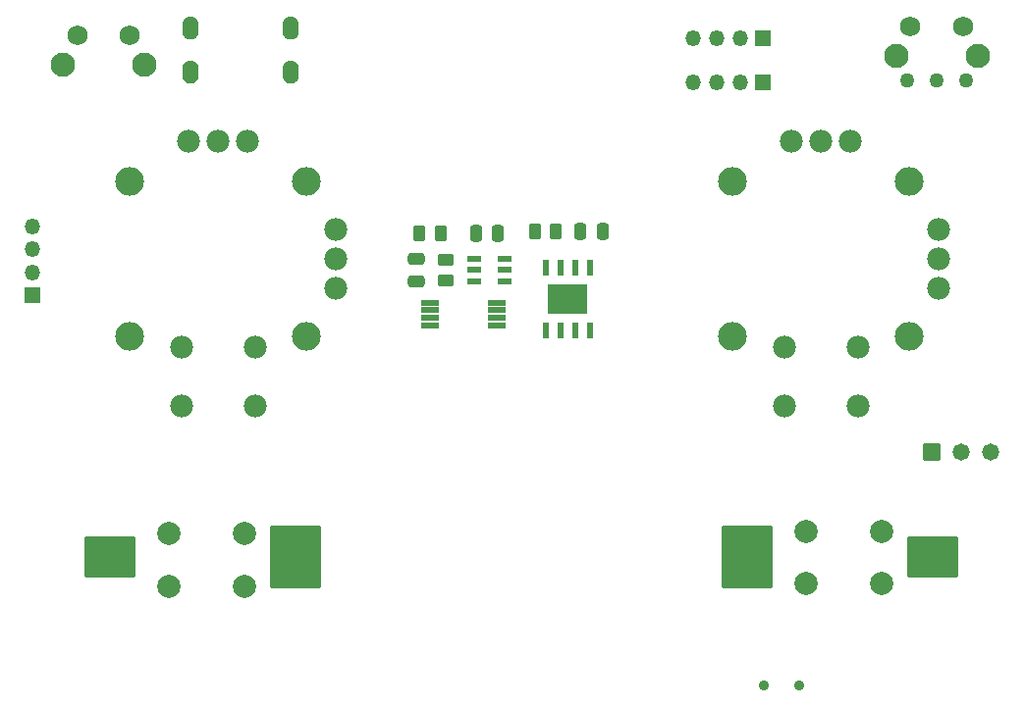
<source format=gbr>
%TF.GenerationSoftware,KiCad,Pcbnew,7.0.9*%
%TF.CreationDate,2024-05-06T23:46:12-05:00*%
%TF.ProjectId,CONTROL WIFI ESP32 S3 V4.0,434f4e54-524f-44c2-9057-494649204553,rev?*%
%TF.SameCoordinates,Original*%
%TF.FileFunction,Soldermask,Bot*%
%TF.FilePolarity,Negative*%
%FSLAX46Y46*%
G04 Gerber Fmt 4.6, Leading zero omitted, Abs format (unit mm)*
G04 Created by KiCad (PCBNEW 7.0.9) date 2024-05-06 23:46:12*
%MOMM*%
%LPD*%
G01*
G04 APERTURE LIST*
G04 Aperture macros list*
%AMRoundRect*
0 Rectangle with rounded corners*
0 $1 Rounding radius*
0 $2 $3 $4 $5 $6 $7 $8 $9 X,Y pos of 4 corners*
0 Add a 4 corners polygon primitive as box body*
4,1,4,$2,$3,$4,$5,$6,$7,$8,$9,$2,$3,0*
0 Add four circle primitives for the rounded corners*
1,1,$1+$1,$2,$3*
1,1,$1+$1,$4,$5*
1,1,$1+$1,$6,$7*
1,1,$1+$1,$8,$9*
0 Add four rect primitives between the rounded corners*
20,1,$1+$1,$2,$3,$4,$5,0*
20,1,$1+$1,$4,$5,$6,$7,0*
20,1,$1+$1,$6,$7,$8,$9,0*
20,1,$1+$1,$8,$9,$2,$3,0*%
G04 Aperture macros list end*
%ADD10C,0.010000*%
%ADD11RoundRect,0.102000X-0.634000X-0.634000X0.634000X-0.634000X0.634000X0.634000X-0.634000X0.634000X0*%
%ADD12C,1.472000*%
%ADD13R,1.350000X1.350000*%
%ADD14O,1.350000X1.350000*%
%ADD15C,1.982000*%
%ADD16C,2.490000*%
%ADD17C,2.000000*%
%ADD18C,2.100000*%
%ADD19C,1.750000*%
%ADD20C,0.889000*%
%ADD21C,1.270000*%
%ADD22RoundRect,0.250000X-0.475000X0.250000X-0.475000X-0.250000X0.475000X-0.250000X0.475000X0.250000X0*%
%ADD23R,0.558800X1.460500*%
%ADD24R,3.403600X2.514600*%
%ADD25RoundRect,0.102000X-2.120000X-2.600000X2.120000X-2.600000X2.120000X2.600000X-2.120000X2.600000X0*%
%ADD26RoundRect,0.102000X-2.120000X-1.650000X2.120000X-1.650000X2.120000X1.650000X-2.120000X1.650000X0*%
%ADD27RoundRect,0.250000X-0.450000X0.262500X-0.450000X-0.262500X0.450000X-0.262500X0.450000X0.262500X0*%
%ADD28RoundRect,0.020000X-0.760000X-0.180000X0.760000X-0.180000X0.760000X0.180000X-0.760000X0.180000X0*%
%ADD29RoundRect,0.250000X-0.250000X-0.475000X0.250000X-0.475000X0.250000X0.475000X-0.250000X0.475000X0*%
%ADD30RoundRect,0.102000X2.120000X2.600000X-2.120000X2.600000X-2.120000X-2.600000X2.120000X-2.600000X0*%
%ADD31RoundRect,0.102000X2.120000X1.650000X-2.120000X1.650000X-2.120000X-1.650000X2.120000X-1.650000X0*%
%ADD32RoundRect,0.250000X0.262500X0.450000X-0.262500X0.450000X-0.262500X-0.450000X0.262500X-0.450000X0*%
%ADD33R,1.200000X0.550000*%
G04 APERTURE END LIST*
%TO.C,J5*%
D10*
X56254000Y-85901000D02*
X56288000Y-85904000D01*
X56322000Y-85908000D01*
X56355000Y-85914000D01*
X56388000Y-85922000D01*
X56421000Y-85932000D01*
X56453000Y-85943000D01*
X56484000Y-85956000D01*
X56515000Y-85971000D01*
X56545000Y-85987000D01*
X56574000Y-86005000D01*
X56602000Y-86024000D01*
X56629000Y-86045000D01*
X56655000Y-86067000D01*
X56680000Y-86090000D01*
X56703000Y-86115000D01*
X56725000Y-86141000D01*
X56746000Y-86168000D01*
X56765000Y-86196000D01*
X56783000Y-86225000D01*
X56799000Y-86255000D01*
X56814000Y-86286000D01*
X56827000Y-86317000D01*
X56838000Y-86349000D01*
X56848000Y-86382000D01*
X56856000Y-86415000D01*
X56862000Y-86448000D01*
X56866000Y-86482000D01*
X56869000Y-86516000D01*
X56870000Y-86550000D01*
X56870000Y-87150000D01*
X56869000Y-87184000D01*
X56866000Y-87218000D01*
X56862000Y-87252000D01*
X56856000Y-87285000D01*
X56848000Y-87318000D01*
X56838000Y-87351000D01*
X56827000Y-87383000D01*
X56814000Y-87414000D01*
X56799000Y-87445000D01*
X56783000Y-87475000D01*
X56765000Y-87504000D01*
X56746000Y-87532000D01*
X56725000Y-87559000D01*
X56703000Y-87585000D01*
X56680000Y-87610000D01*
X56655000Y-87633000D01*
X56629000Y-87655000D01*
X56602000Y-87676000D01*
X56574000Y-87695000D01*
X56545000Y-87713000D01*
X56515000Y-87729000D01*
X56484000Y-87744000D01*
X56453000Y-87757000D01*
X56421000Y-87768000D01*
X56388000Y-87778000D01*
X56355000Y-87786000D01*
X56322000Y-87792000D01*
X56288000Y-87796000D01*
X56254000Y-87799000D01*
X56220000Y-87800000D01*
X56186000Y-87799000D01*
X56152000Y-87796000D01*
X56118000Y-87792000D01*
X56085000Y-87786000D01*
X56052000Y-87778000D01*
X56019000Y-87768000D01*
X55987000Y-87757000D01*
X55956000Y-87744000D01*
X55925000Y-87729000D01*
X55895000Y-87713000D01*
X55866000Y-87695000D01*
X55838000Y-87676000D01*
X55811000Y-87655000D01*
X55785000Y-87633000D01*
X55760000Y-87610000D01*
X55737000Y-87585000D01*
X55715000Y-87559000D01*
X55694000Y-87532000D01*
X55675000Y-87504000D01*
X55657000Y-87475000D01*
X55641000Y-87445000D01*
X55626000Y-87414000D01*
X55613000Y-87383000D01*
X55602000Y-87351000D01*
X55592000Y-87318000D01*
X55584000Y-87285000D01*
X55578000Y-87252000D01*
X55574000Y-87218000D01*
X55571000Y-87184000D01*
X55570000Y-87150000D01*
X55570000Y-86550000D01*
X55571000Y-86516000D01*
X55574000Y-86482000D01*
X55578000Y-86448000D01*
X55584000Y-86415000D01*
X55592000Y-86382000D01*
X55602000Y-86349000D01*
X55613000Y-86317000D01*
X55626000Y-86286000D01*
X55641000Y-86255000D01*
X55657000Y-86225000D01*
X55675000Y-86196000D01*
X55694000Y-86168000D01*
X55715000Y-86141000D01*
X55737000Y-86115000D01*
X55760000Y-86090000D01*
X55785000Y-86067000D01*
X55811000Y-86045000D01*
X55838000Y-86024000D01*
X55866000Y-86005000D01*
X55895000Y-85987000D01*
X55925000Y-85971000D01*
X55956000Y-85956000D01*
X55987000Y-85943000D01*
X56019000Y-85932000D01*
X56052000Y-85922000D01*
X56085000Y-85914000D01*
X56118000Y-85908000D01*
X56152000Y-85904000D01*
X56186000Y-85901000D01*
X56220000Y-85900000D01*
X56254000Y-85901000D01*
G36*
X56254000Y-85901000D02*
G01*
X56288000Y-85904000D01*
X56322000Y-85908000D01*
X56355000Y-85914000D01*
X56388000Y-85922000D01*
X56421000Y-85932000D01*
X56453000Y-85943000D01*
X56484000Y-85956000D01*
X56515000Y-85971000D01*
X56545000Y-85987000D01*
X56574000Y-86005000D01*
X56602000Y-86024000D01*
X56629000Y-86045000D01*
X56655000Y-86067000D01*
X56680000Y-86090000D01*
X56703000Y-86115000D01*
X56725000Y-86141000D01*
X56746000Y-86168000D01*
X56765000Y-86196000D01*
X56783000Y-86225000D01*
X56799000Y-86255000D01*
X56814000Y-86286000D01*
X56827000Y-86317000D01*
X56838000Y-86349000D01*
X56848000Y-86382000D01*
X56856000Y-86415000D01*
X56862000Y-86448000D01*
X56866000Y-86482000D01*
X56869000Y-86516000D01*
X56870000Y-86550000D01*
X56870000Y-87150000D01*
X56869000Y-87184000D01*
X56866000Y-87218000D01*
X56862000Y-87252000D01*
X56856000Y-87285000D01*
X56848000Y-87318000D01*
X56838000Y-87351000D01*
X56827000Y-87383000D01*
X56814000Y-87414000D01*
X56799000Y-87445000D01*
X56783000Y-87475000D01*
X56765000Y-87504000D01*
X56746000Y-87532000D01*
X56725000Y-87559000D01*
X56703000Y-87585000D01*
X56680000Y-87610000D01*
X56655000Y-87633000D01*
X56629000Y-87655000D01*
X56602000Y-87676000D01*
X56574000Y-87695000D01*
X56545000Y-87713000D01*
X56515000Y-87729000D01*
X56484000Y-87744000D01*
X56453000Y-87757000D01*
X56421000Y-87768000D01*
X56388000Y-87778000D01*
X56355000Y-87786000D01*
X56322000Y-87792000D01*
X56288000Y-87796000D01*
X56254000Y-87799000D01*
X56220000Y-87800000D01*
X56186000Y-87799000D01*
X56152000Y-87796000D01*
X56118000Y-87792000D01*
X56085000Y-87786000D01*
X56052000Y-87778000D01*
X56019000Y-87768000D01*
X55987000Y-87757000D01*
X55956000Y-87744000D01*
X55925000Y-87729000D01*
X55895000Y-87713000D01*
X55866000Y-87695000D01*
X55838000Y-87676000D01*
X55811000Y-87655000D01*
X55785000Y-87633000D01*
X55760000Y-87610000D01*
X55737000Y-87585000D01*
X55715000Y-87559000D01*
X55694000Y-87532000D01*
X55675000Y-87504000D01*
X55657000Y-87475000D01*
X55641000Y-87445000D01*
X55626000Y-87414000D01*
X55613000Y-87383000D01*
X55602000Y-87351000D01*
X55592000Y-87318000D01*
X55584000Y-87285000D01*
X55578000Y-87252000D01*
X55574000Y-87218000D01*
X55571000Y-87184000D01*
X55570000Y-87150000D01*
X55570000Y-86550000D01*
X55571000Y-86516000D01*
X55574000Y-86482000D01*
X55578000Y-86448000D01*
X55584000Y-86415000D01*
X55592000Y-86382000D01*
X55602000Y-86349000D01*
X55613000Y-86317000D01*
X55626000Y-86286000D01*
X55641000Y-86255000D01*
X55657000Y-86225000D01*
X55675000Y-86196000D01*
X55694000Y-86168000D01*
X55715000Y-86141000D01*
X55737000Y-86115000D01*
X55760000Y-86090000D01*
X55785000Y-86067000D01*
X55811000Y-86045000D01*
X55838000Y-86024000D01*
X55866000Y-86005000D01*
X55895000Y-85987000D01*
X55925000Y-85971000D01*
X55956000Y-85956000D01*
X55987000Y-85943000D01*
X56019000Y-85932000D01*
X56052000Y-85922000D01*
X56085000Y-85914000D01*
X56118000Y-85908000D01*
X56152000Y-85904000D01*
X56186000Y-85901000D01*
X56220000Y-85900000D01*
X56254000Y-85901000D01*
G37*
X56254000Y-82101000D02*
X56288000Y-82104000D01*
X56322000Y-82108000D01*
X56355000Y-82114000D01*
X56388000Y-82122000D01*
X56421000Y-82132000D01*
X56453000Y-82143000D01*
X56484000Y-82156000D01*
X56515000Y-82171000D01*
X56545000Y-82187000D01*
X56574000Y-82205000D01*
X56602000Y-82224000D01*
X56629000Y-82245000D01*
X56655000Y-82267000D01*
X56680000Y-82290000D01*
X56703000Y-82315000D01*
X56725000Y-82341000D01*
X56746000Y-82368000D01*
X56765000Y-82396000D01*
X56783000Y-82425000D01*
X56799000Y-82455000D01*
X56814000Y-82486000D01*
X56827000Y-82517000D01*
X56838000Y-82549000D01*
X56848000Y-82582000D01*
X56856000Y-82615000D01*
X56862000Y-82648000D01*
X56866000Y-82682000D01*
X56869000Y-82716000D01*
X56870000Y-82750000D01*
X56870000Y-83350000D01*
X56869000Y-83384000D01*
X56866000Y-83418000D01*
X56862000Y-83452000D01*
X56856000Y-83485000D01*
X56848000Y-83518000D01*
X56838000Y-83551000D01*
X56827000Y-83583000D01*
X56814000Y-83614000D01*
X56799000Y-83645000D01*
X56783000Y-83675000D01*
X56765000Y-83704000D01*
X56746000Y-83732000D01*
X56725000Y-83759000D01*
X56703000Y-83785000D01*
X56680000Y-83810000D01*
X56655000Y-83833000D01*
X56629000Y-83855000D01*
X56602000Y-83876000D01*
X56574000Y-83895000D01*
X56545000Y-83913000D01*
X56515000Y-83929000D01*
X56484000Y-83944000D01*
X56453000Y-83957000D01*
X56421000Y-83968000D01*
X56388000Y-83978000D01*
X56355000Y-83986000D01*
X56322000Y-83992000D01*
X56288000Y-83996000D01*
X56254000Y-83999000D01*
X56220000Y-84000000D01*
X56186000Y-83999000D01*
X56152000Y-83996000D01*
X56118000Y-83992000D01*
X56085000Y-83986000D01*
X56052000Y-83978000D01*
X56019000Y-83968000D01*
X55987000Y-83957000D01*
X55956000Y-83944000D01*
X55925000Y-83929000D01*
X55895000Y-83913000D01*
X55866000Y-83895000D01*
X55838000Y-83876000D01*
X55811000Y-83855000D01*
X55785000Y-83833000D01*
X55760000Y-83810000D01*
X55737000Y-83785000D01*
X55715000Y-83759000D01*
X55694000Y-83732000D01*
X55675000Y-83704000D01*
X55657000Y-83675000D01*
X55641000Y-83645000D01*
X55626000Y-83614000D01*
X55613000Y-83583000D01*
X55602000Y-83551000D01*
X55592000Y-83518000D01*
X55584000Y-83485000D01*
X55578000Y-83452000D01*
X55574000Y-83418000D01*
X55571000Y-83384000D01*
X55570000Y-83350000D01*
X55570000Y-82750000D01*
X55571000Y-82716000D01*
X55574000Y-82682000D01*
X55578000Y-82648000D01*
X55584000Y-82615000D01*
X55592000Y-82582000D01*
X55602000Y-82549000D01*
X55613000Y-82517000D01*
X55626000Y-82486000D01*
X55641000Y-82455000D01*
X55657000Y-82425000D01*
X55675000Y-82396000D01*
X55694000Y-82368000D01*
X55715000Y-82341000D01*
X55737000Y-82315000D01*
X55760000Y-82290000D01*
X55785000Y-82267000D01*
X55811000Y-82245000D01*
X55838000Y-82224000D01*
X55866000Y-82205000D01*
X55895000Y-82187000D01*
X55925000Y-82171000D01*
X55956000Y-82156000D01*
X55987000Y-82143000D01*
X56019000Y-82132000D01*
X56052000Y-82122000D01*
X56085000Y-82114000D01*
X56118000Y-82108000D01*
X56152000Y-82104000D01*
X56186000Y-82101000D01*
X56220000Y-82100000D01*
X56254000Y-82101000D01*
G36*
X56254000Y-82101000D02*
G01*
X56288000Y-82104000D01*
X56322000Y-82108000D01*
X56355000Y-82114000D01*
X56388000Y-82122000D01*
X56421000Y-82132000D01*
X56453000Y-82143000D01*
X56484000Y-82156000D01*
X56515000Y-82171000D01*
X56545000Y-82187000D01*
X56574000Y-82205000D01*
X56602000Y-82224000D01*
X56629000Y-82245000D01*
X56655000Y-82267000D01*
X56680000Y-82290000D01*
X56703000Y-82315000D01*
X56725000Y-82341000D01*
X56746000Y-82368000D01*
X56765000Y-82396000D01*
X56783000Y-82425000D01*
X56799000Y-82455000D01*
X56814000Y-82486000D01*
X56827000Y-82517000D01*
X56838000Y-82549000D01*
X56848000Y-82582000D01*
X56856000Y-82615000D01*
X56862000Y-82648000D01*
X56866000Y-82682000D01*
X56869000Y-82716000D01*
X56870000Y-82750000D01*
X56870000Y-83350000D01*
X56869000Y-83384000D01*
X56866000Y-83418000D01*
X56862000Y-83452000D01*
X56856000Y-83485000D01*
X56848000Y-83518000D01*
X56838000Y-83551000D01*
X56827000Y-83583000D01*
X56814000Y-83614000D01*
X56799000Y-83645000D01*
X56783000Y-83675000D01*
X56765000Y-83704000D01*
X56746000Y-83732000D01*
X56725000Y-83759000D01*
X56703000Y-83785000D01*
X56680000Y-83810000D01*
X56655000Y-83833000D01*
X56629000Y-83855000D01*
X56602000Y-83876000D01*
X56574000Y-83895000D01*
X56545000Y-83913000D01*
X56515000Y-83929000D01*
X56484000Y-83944000D01*
X56453000Y-83957000D01*
X56421000Y-83968000D01*
X56388000Y-83978000D01*
X56355000Y-83986000D01*
X56322000Y-83992000D01*
X56288000Y-83996000D01*
X56254000Y-83999000D01*
X56220000Y-84000000D01*
X56186000Y-83999000D01*
X56152000Y-83996000D01*
X56118000Y-83992000D01*
X56085000Y-83986000D01*
X56052000Y-83978000D01*
X56019000Y-83968000D01*
X55987000Y-83957000D01*
X55956000Y-83944000D01*
X55925000Y-83929000D01*
X55895000Y-83913000D01*
X55866000Y-83895000D01*
X55838000Y-83876000D01*
X55811000Y-83855000D01*
X55785000Y-83833000D01*
X55760000Y-83810000D01*
X55737000Y-83785000D01*
X55715000Y-83759000D01*
X55694000Y-83732000D01*
X55675000Y-83704000D01*
X55657000Y-83675000D01*
X55641000Y-83645000D01*
X55626000Y-83614000D01*
X55613000Y-83583000D01*
X55602000Y-83551000D01*
X55592000Y-83518000D01*
X55584000Y-83485000D01*
X55578000Y-83452000D01*
X55574000Y-83418000D01*
X55571000Y-83384000D01*
X55570000Y-83350000D01*
X55570000Y-82750000D01*
X55571000Y-82716000D01*
X55574000Y-82682000D01*
X55578000Y-82648000D01*
X55584000Y-82615000D01*
X55592000Y-82582000D01*
X55602000Y-82549000D01*
X55613000Y-82517000D01*
X55626000Y-82486000D01*
X55641000Y-82455000D01*
X55657000Y-82425000D01*
X55675000Y-82396000D01*
X55694000Y-82368000D01*
X55715000Y-82341000D01*
X55737000Y-82315000D01*
X55760000Y-82290000D01*
X55785000Y-82267000D01*
X55811000Y-82245000D01*
X55838000Y-82224000D01*
X55866000Y-82205000D01*
X55895000Y-82187000D01*
X55925000Y-82171000D01*
X55956000Y-82156000D01*
X55987000Y-82143000D01*
X56019000Y-82132000D01*
X56052000Y-82122000D01*
X56085000Y-82114000D01*
X56118000Y-82108000D01*
X56152000Y-82104000D01*
X56186000Y-82101000D01*
X56220000Y-82100000D01*
X56254000Y-82101000D01*
G37*
X47614000Y-85901000D02*
X47648000Y-85904000D01*
X47682000Y-85908000D01*
X47715000Y-85914000D01*
X47748000Y-85922000D01*
X47781000Y-85932000D01*
X47813000Y-85943000D01*
X47844000Y-85956000D01*
X47875000Y-85971000D01*
X47905000Y-85987000D01*
X47934000Y-86005000D01*
X47962000Y-86024000D01*
X47989000Y-86045000D01*
X48015000Y-86067000D01*
X48040000Y-86090000D01*
X48063000Y-86115000D01*
X48085000Y-86141000D01*
X48106000Y-86168000D01*
X48125000Y-86196000D01*
X48143000Y-86225000D01*
X48159000Y-86255000D01*
X48174000Y-86286000D01*
X48187000Y-86317000D01*
X48198000Y-86349000D01*
X48208000Y-86382000D01*
X48216000Y-86415000D01*
X48222000Y-86448000D01*
X48226000Y-86482000D01*
X48229000Y-86516000D01*
X48230000Y-86550000D01*
X48230000Y-87150000D01*
X48229000Y-87184000D01*
X48226000Y-87218000D01*
X48222000Y-87252000D01*
X48216000Y-87285000D01*
X48208000Y-87318000D01*
X48198000Y-87351000D01*
X48187000Y-87383000D01*
X48174000Y-87414000D01*
X48159000Y-87445000D01*
X48143000Y-87475000D01*
X48125000Y-87504000D01*
X48106000Y-87532000D01*
X48085000Y-87559000D01*
X48063000Y-87585000D01*
X48040000Y-87610000D01*
X48015000Y-87633000D01*
X47989000Y-87655000D01*
X47962000Y-87676000D01*
X47934000Y-87695000D01*
X47905000Y-87713000D01*
X47875000Y-87729000D01*
X47844000Y-87744000D01*
X47813000Y-87757000D01*
X47781000Y-87768000D01*
X47748000Y-87778000D01*
X47715000Y-87786000D01*
X47682000Y-87792000D01*
X47648000Y-87796000D01*
X47614000Y-87799000D01*
X47580000Y-87800000D01*
X47546000Y-87799000D01*
X47512000Y-87796000D01*
X47478000Y-87792000D01*
X47445000Y-87786000D01*
X47412000Y-87778000D01*
X47379000Y-87768000D01*
X47347000Y-87757000D01*
X47316000Y-87744000D01*
X47285000Y-87729000D01*
X47255000Y-87713000D01*
X47226000Y-87695000D01*
X47198000Y-87676000D01*
X47171000Y-87655000D01*
X47145000Y-87633000D01*
X47120000Y-87610000D01*
X47097000Y-87585000D01*
X47075000Y-87559000D01*
X47054000Y-87532000D01*
X47035000Y-87504000D01*
X47017000Y-87475000D01*
X47001000Y-87445000D01*
X46986000Y-87414000D01*
X46973000Y-87383000D01*
X46962000Y-87351000D01*
X46952000Y-87318000D01*
X46944000Y-87285000D01*
X46938000Y-87252000D01*
X46934000Y-87218000D01*
X46931000Y-87184000D01*
X46930000Y-87150000D01*
X46930000Y-86550000D01*
X46931000Y-86516000D01*
X46934000Y-86482000D01*
X46938000Y-86448000D01*
X46944000Y-86415000D01*
X46952000Y-86382000D01*
X46962000Y-86349000D01*
X46973000Y-86317000D01*
X46986000Y-86286000D01*
X47001000Y-86255000D01*
X47017000Y-86225000D01*
X47035000Y-86196000D01*
X47054000Y-86168000D01*
X47075000Y-86141000D01*
X47097000Y-86115000D01*
X47120000Y-86090000D01*
X47145000Y-86067000D01*
X47171000Y-86045000D01*
X47198000Y-86024000D01*
X47226000Y-86005000D01*
X47255000Y-85987000D01*
X47285000Y-85971000D01*
X47316000Y-85956000D01*
X47347000Y-85943000D01*
X47379000Y-85932000D01*
X47412000Y-85922000D01*
X47445000Y-85914000D01*
X47478000Y-85908000D01*
X47512000Y-85904000D01*
X47546000Y-85901000D01*
X47580000Y-85900000D01*
X47614000Y-85901000D01*
G36*
X47614000Y-85901000D02*
G01*
X47648000Y-85904000D01*
X47682000Y-85908000D01*
X47715000Y-85914000D01*
X47748000Y-85922000D01*
X47781000Y-85932000D01*
X47813000Y-85943000D01*
X47844000Y-85956000D01*
X47875000Y-85971000D01*
X47905000Y-85987000D01*
X47934000Y-86005000D01*
X47962000Y-86024000D01*
X47989000Y-86045000D01*
X48015000Y-86067000D01*
X48040000Y-86090000D01*
X48063000Y-86115000D01*
X48085000Y-86141000D01*
X48106000Y-86168000D01*
X48125000Y-86196000D01*
X48143000Y-86225000D01*
X48159000Y-86255000D01*
X48174000Y-86286000D01*
X48187000Y-86317000D01*
X48198000Y-86349000D01*
X48208000Y-86382000D01*
X48216000Y-86415000D01*
X48222000Y-86448000D01*
X48226000Y-86482000D01*
X48229000Y-86516000D01*
X48230000Y-86550000D01*
X48230000Y-87150000D01*
X48229000Y-87184000D01*
X48226000Y-87218000D01*
X48222000Y-87252000D01*
X48216000Y-87285000D01*
X48208000Y-87318000D01*
X48198000Y-87351000D01*
X48187000Y-87383000D01*
X48174000Y-87414000D01*
X48159000Y-87445000D01*
X48143000Y-87475000D01*
X48125000Y-87504000D01*
X48106000Y-87532000D01*
X48085000Y-87559000D01*
X48063000Y-87585000D01*
X48040000Y-87610000D01*
X48015000Y-87633000D01*
X47989000Y-87655000D01*
X47962000Y-87676000D01*
X47934000Y-87695000D01*
X47905000Y-87713000D01*
X47875000Y-87729000D01*
X47844000Y-87744000D01*
X47813000Y-87757000D01*
X47781000Y-87768000D01*
X47748000Y-87778000D01*
X47715000Y-87786000D01*
X47682000Y-87792000D01*
X47648000Y-87796000D01*
X47614000Y-87799000D01*
X47580000Y-87800000D01*
X47546000Y-87799000D01*
X47512000Y-87796000D01*
X47478000Y-87792000D01*
X47445000Y-87786000D01*
X47412000Y-87778000D01*
X47379000Y-87768000D01*
X47347000Y-87757000D01*
X47316000Y-87744000D01*
X47285000Y-87729000D01*
X47255000Y-87713000D01*
X47226000Y-87695000D01*
X47198000Y-87676000D01*
X47171000Y-87655000D01*
X47145000Y-87633000D01*
X47120000Y-87610000D01*
X47097000Y-87585000D01*
X47075000Y-87559000D01*
X47054000Y-87532000D01*
X47035000Y-87504000D01*
X47017000Y-87475000D01*
X47001000Y-87445000D01*
X46986000Y-87414000D01*
X46973000Y-87383000D01*
X46962000Y-87351000D01*
X46952000Y-87318000D01*
X46944000Y-87285000D01*
X46938000Y-87252000D01*
X46934000Y-87218000D01*
X46931000Y-87184000D01*
X46930000Y-87150000D01*
X46930000Y-86550000D01*
X46931000Y-86516000D01*
X46934000Y-86482000D01*
X46938000Y-86448000D01*
X46944000Y-86415000D01*
X46952000Y-86382000D01*
X46962000Y-86349000D01*
X46973000Y-86317000D01*
X46986000Y-86286000D01*
X47001000Y-86255000D01*
X47017000Y-86225000D01*
X47035000Y-86196000D01*
X47054000Y-86168000D01*
X47075000Y-86141000D01*
X47097000Y-86115000D01*
X47120000Y-86090000D01*
X47145000Y-86067000D01*
X47171000Y-86045000D01*
X47198000Y-86024000D01*
X47226000Y-86005000D01*
X47255000Y-85987000D01*
X47285000Y-85971000D01*
X47316000Y-85956000D01*
X47347000Y-85943000D01*
X47379000Y-85932000D01*
X47412000Y-85922000D01*
X47445000Y-85914000D01*
X47478000Y-85908000D01*
X47512000Y-85904000D01*
X47546000Y-85901000D01*
X47580000Y-85900000D01*
X47614000Y-85901000D01*
G37*
X47614000Y-82101000D02*
X47648000Y-82104000D01*
X47682000Y-82108000D01*
X47715000Y-82114000D01*
X47748000Y-82122000D01*
X47781000Y-82132000D01*
X47813000Y-82143000D01*
X47844000Y-82156000D01*
X47875000Y-82171000D01*
X47905000Y-82187000D01*
X47934000Y-82205000D01*
X47962000Y-82224000D01*
X47989000Y-82245000D01*
X48015000Y-82267000D01*
X48040000Y-82290000D01*
X48063000Y-82315000D01*
X48085000Y-82341000D01*
X48106000Y-82368000D01*
X48125000Y-82396000D01*
X48143000Y-82425000D01*
X48159000Y-82455000D01*
X48174000Y-82486000D01*
X48187000Y-82517000D01*
X48198000Y-82549000D01*
X48208000Y-82582000D01*
X48216000Y-82615000D01*
X48222000Y-82648000D01*
X48226000Y-82682000D01*
X48229000Y-82716000D01*
X48230000Y-82750000D01*
X48230000Y-83350000D01*
X48229000Y-83384000D01*
X48226000Y-83418000D01*
X48222000Y-83452000D01*
X48216000Y-83485000D01*
X48208000Y-83518000D01*
X48198000Y-83551000D01*
X48187000Y-83583000D01*
X48174000Y-83614000D01*
X48159000Y-83645000D01*
X48143000Y-83675000D01*
X48125000Y-83704000D01*
X48106000Y-83732000D01*
X48085000Y-83759000D01*
X48063000Y-83785000D01*
X48040000Y-83810000D01*
X48015000Y-83833000D01*
X47989000Y-83855000D01*
X47962000Y-83876000D01*
X47934000Y-83895000D01*
X47905000Y-83913000D01*
X47875000Y-83929000D01*
X47844000Y-83944000D01*
X47813000Y-83957000D01*
X47781000Y-83968000D01*
X47748000Y-83978000D01*
X47715000Y-83986000D01*
X47682000Y-83992000D01*
X47648000Y-83996000D01*
X47614000Y-83999000D01*
X47580000Y-84000000D01*
X47546000Y-83999000D01*
X47512000Y-83996000D01*
X47478000Y-83992000D01*
X47445000Y-83986000D01*
X47412000Y-83978000D01*
X47379000Y-83968000D01*
X47347000Y-83957000D01*
X47316000Y-83944000D01*
X47285000Y-83929000D01*
X47255000Y-83913000D01*
X47226000Y-83895000D01*
X47198000Y-83876000D01*
X47171000Y-83855000D01*
X47145000Y-83833000D01*
X47120000Y-83810000D01*
X47097000Y-83785000D01*
X47075000Y-83759000D01*
X47054000Y-83732000D01*
X47035000Y-83704000D01*
X47017000Y-83675000D01*
X47001000Y-83645000D01*
X46986000Y-83614000D01*
X46973000Y-83583000D01*
X46962000Y-83551000D01*
X46952000Y-83518000D01*
X46944000Y-83485000D01*
X46938000Y-83452000D01*
X46934000Y-83418000D01*
X46931000Y-83384000D01*
X46930000Y-83350000D01*
X46930000Y-82750000D01*
X46931000Y-82716000D01*
X46934000Y-82682000D01*
X46938000Y-82648000D01*
X46944000Y-82615000D01*
X46952000Y-82582000D01*
X46962000Y-82549000D01*
X46973000Y-82517000D01*
X46986000Y-82486000D01*
X47001000Y-82455000D01*
X47017000Y-82425000D01*
X47035000Y-82396000D01*
X47054000Y-82368000D01*
X47075000Y-82341000D01*
X47097000Y-82315000D01*
X47120000Y-82290000D01*
X47145000Y-82267000D01*
X47171000Y-82245000D01*
X47198000Y-82224000D01*
X47226000Y-82205000D01*
X47255000Y-82187000D01*
X47285000Y-82171000D01*
X47316000Y-82156000D01*
X47347000Y-82143000D01*
X47379000Y-82132000D01*
X47412000Y-82122000D01*
X47445000Y-82114000D01*
X47478000Y-82108000D01*
X47512000Y-82104000D01*
X47546000Y-82101000D01*
X47580000Y-82100000D01*
X47614000Y-82101000D01*
G36*
X47614000Y-82101000D02*
G01*
X47648000Y-82104000D01*
X47682000Y-82108000D01*
X47715000Y-82114000D01*
X47748000Y-82122000D01*
X47781000Y-82132000D01*
X47813000Y-82143000D01*
X47844000Y-82156000D01*
X47875000Y-82171000D01*
X47905000Y-82187000D01*
X47934000Y-82205000D01*
X47962000Y-82224000D01*
X47989000Y-82245000D01*
X48015000Y-82267000D01*
X48040000Y-82290000D01*
X48063000Y-82315000D01*
X48085000Y-82341000D01*
X48106000Y-82368000D01*
X48125000Y-82396000D01*
X48143000Y-82425000D01*
X48159000Y-82455000D01*
X48174000Y-82486000D01*
X48187000Y-82517000D01*
X48198000Y-82549000D01*
X48208000Y-82582000D01*
X48216000Y-82615000D01*
X48222000Y-82648000D01*
X48226000Y-82682000D01*
X48229000Y-82716000D01*
X48230000Y-82750000D01*
X48230000Y-83350000D01*
X48229000Y-83384000D01*
X48226000Y-83418000D01*
X48222000Y-83452000D01*
X48216000Y-83485000D01*
X48208000Y-83518000D01*
X48198000Y-83551000D01*
X48187000Y-83583000D01*
X48174000Y-83614000D01*
X48159000Y-83645000D01*
X48143000Y-83675000D01*
X48125000Y-83704000D01*
X48106000Y-83732000D01*
X48085000Y-83759000D01*
X48063000Y-83785000D01*
X48040000Y-83810000D01*
X48015000Y-83833000D01*
X47989000Y-83855000D01*
X47962000Y-83876000D01*
X47934000Y-83895000D01*
X47905000Y-83913000D01*
X47875000Y-83929000D01*
X47844000Y-83944000D01*
X47813000Y-83957000D01*
X47781000Y-83968000D01*
X47748000Y-83978000D01*
X47715000Y-83986000D01*
X47682000Y-83992000D01*
X47648000Y-83996000D01*
X47614000Y-83999000D01*
X47580000Y-84000000D01*
X47546000Y-83999000D01*
X47512000Y-83996000D01*
X47478000Y-83992000D01*
X47445000Y-83986000D01*
X47412000Y-83978000D01*
X47379000Y-83968000D01*
X47347000Y-83957000D01*
X47316000Y-83944000D01*
X47285000Y-83929000D01*
X47255000Y-83913000D01*
X47226000Y-83895000D01*
X47198000Y-83876000D01*
X47171000Y-83855000D01*
X47145000Y-83833000D01*
X47120000Y-83810000D01*
X47097000Y-83785000D01*
X47075000Y-83759000D01*
X47054000Y-83732000D01*
X47035000Y-83704000D01*
X47017000Y-83675000D01*
X47001000Y-83645000D01*
X46986000Y-83614000D01*
X46973000Y-83583000D01*
X46962000Y-83551000D01*
X46952000Y-83518000D01*
X46944000Y-83485000D01*
X46938000Y-83452000D01*
X46934000Y-83418000D01*
X46931000Y-83384000D01*
X46930000Y-83350000D01*
X46930000Y-82750000D01*
X46931000Y-82716000D01*
X46934000Y-82682000D01*
X46938000Y-82648000D01*
X46944000Y-82615000D01*
X46952000Y-82582000D01*
X46962000Y-82549000D01*
X46973000Y-82517000D01*
X46986000Y-82486000D01*
X47001000Y-82455000D01*
X47017000Y-82425000D01*
X47035000Y-82396000D01*
X47054000Y-82368000D01*
X47075000Y-82341000D01*
X47097000Y-82315000D01*
X47120000Y-82290000D01*
X47145000Y-82267000D01*
X47171000Y-82245000D01*
X47198000Y-82224000D01*
X47226000Y-82205000D01*
X47255000Y-82187000D01*
X47285000Y-82171000D01*
X47316000Y-82156000D01*
X47347000Y-82143000D01*
X47379000Y-82132000D01*
X47412000Y-82122000D01*
X47445000Y-82114000D01*
X47478000Y-82108000D01*
X47512000Y-82104000D01*
X47546000Y-82101000D01*
X47580000Y-82100000D01*
X47614000Y-82101000D01*
G37*
%TD*%
D11*
%TO.C,POT1*%
X111570000Y-119665000D03*
D12*
X114110000Y-119665000D03*
X116650000Y-119665000D03*
%TD*%
D13*
%TO.C,J4*%
X97000000Y-84000000D03*
D14*
X95000000Y-84000000D03*
X93000000Y-84000000D03*
X91000000Y-84000000D03*
%TD*%
D15*
%TO.C,U4*%
X105175000Y-115700000D03*
X98825000Y-115700000D03*
X105175000Y-110620000D03*
X98825000Y-110620000D03*
X104540000Y-92840000D03*
X102000000Y-92840000D03*
X99460000Y-92840000D03*
D16*
X109620000Y-109667500D03*
X109620000Y-96332500D03*
X94380000Y-96332500D03*
X94380000Y-109667500D03*
D15*
X112160000Y-105540000D03*
X112160000Y-103000000D03*
X112160000Y-100460000D03*
%TD*%
D17*
%TO.C,SW5*%
X100750000Y-126515000D03*
X107250000Y-126515000D03*
X100750000Y-131015000D03*
X107250000Y-131015000D03*
%TD*%
D18*
%TO.C,SW3*%
X36625000Y-86217500D03*
X43635000Y-86217500D03*
D19*
X37875000Y-83727500D03*
X42375000Y-83727500D03*
%TD*%
D13*
%TO.C,J3*%
X97000000Y-87800000D03*
D14*
X95000000Y-87800000D03*
X93000000Y-87800000D03*
X91000000Y-87800000D03*
%TD*%
D13*
%TO.C,J1*%
X33975000Y-106175000D03*
D14*
X33975000Y-104175000D03*
X33975000Y-102175000D03*
X33975000Y-100175000D03*
%TD*%
D15*
%TO.C,U5*%
X53175000Y-115700000D03*
X46825000Y-115700000D03*
X53175000Y-110620000D03*
X46825000Y-110620000D03*
X52540000Y-92840000D03*
X50000000Y-92840000D03*
X47460000Y-92840000D03*
D16*
X57620000Y-109667500D03*
X57620000Y-96332500D03*
X42380000Y-96332500D03*
X42380000Y-109667500D03*
D15*
X60160000Y-105540000D03*
X60160000Y-103000000D03*
X60160000Y-100460000D03*
%TD*%
D17*
%TO.C,SW4*%
X45750000Y-126750000D03*
X52250000Y-126750000D03*
X45750000Y-131250000D03*
X52250000Y-131250000D03*
%TD*%
D20*
%TO.C,SW1*%
X97100000Y-139803400D03*
X100100000Y-139803400D03*
%TD*%
D18*
%TO.C,SW2*%
X108475000Y-85452500D03*
X115485000Y-85452500D03*
D19*
X109725000Y-82962500D03*
X114225000Y-82962500D03*
%TD*%
D21*
%TO.C,POT2*%
X114540000Y-87600000D03*
X112000000Y-87600000D03*
X109460000Y-87600000D03*
%TD*%
D22*
%TO.C,C12*%
X67100000Y-103050000D03*
X67100000Y-104950000D03*
%TD*%
D23*
%TO.C,U2*%
X78260000Y-103775850D03*
X79530000Y-103775850D03*
X80800000Y-103775850D03*
X82070000Y-103775850D03*
X82070000Y-109224150D03*
X80800000Y-109224150D03*
X79530000Y-109224150D03*
X78260000Y-109224150D03*
D24*
X80165000Y-106500000D03*
%TD*%
D25*
%TO.C,BT2*%
X95650000Y-128765000D03*
D26*
X111660000Y-128765000D03*
%TD*%
D27*
%TO.C,R6*%
X69600000Y-103087500D03*
X69600000Y-104912500D03*
%TD*%
D28*
%TO.C,Q1*%
X68270000Y-108740000D03*
X68270000Y-108090000D03*
X68270000Y-107440000D03*
X68270000Y-106790000D03*
X74030000Y-106790000D03*
X74030000Y-107440000D03*
X74030000Y-108090000D03*
X74030000Y-108740000D03*
%TD*%
D29*
%TO.C,C11*%
X72250000Y-100825000D03*
X74150000Y-100825000D03*
%TD*%
%TO.C,C4*%
X81250000Y-100665000D03*
X83150000Y-100665000D03*
%TD*%
D30*
%TO.C,BT1*%
X56650000Y-128765000D03*
D31*
X40640000Y-128765000D03*
%TD*%
D32*
%TO.C,R2*%
X79127346Y-100665000D03*
X77302346Y-100665000D03*
%TD*%
D33*
%TO.C,IC1*%
X72100000Y-104915000D03*
X72100000Y-103965000D03*
X72100000Y-103015000D03*
X74700000Y-103015000D03*
X74700000Y-103965000D03*
X74700000Y-104915000D03*
%TD*%
D32*
%TO.C,R7*%
X69212500Y-100825000D03*
X67387500Y-100825000D03*
%TD*%
M02*

</source>
